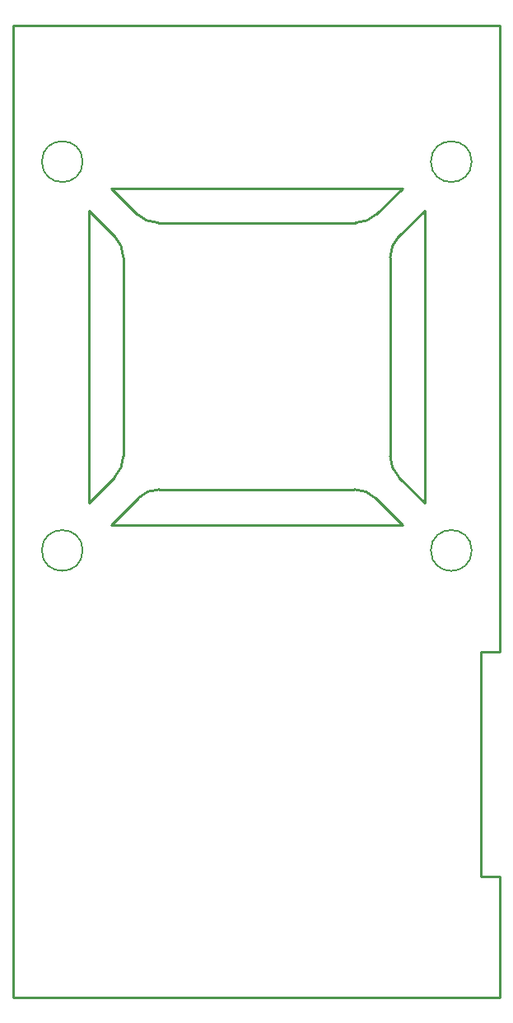
<source format=gko>
G04*
G04 #@! TF.GenerationSoftware,Altium Limited,Altium Designer,22.4.2 (48)*
G04*
G04 Layer_Color=16711935*
%FSLAX25Y25*%
%MOIN*%
G70*
G04*
G04 #@! TF.SameCoordinates,EE9FD93B-DFF2-4F26-82DF-D5074B5D0FFF*
G04*
G04*
G04 #@! TF.FilePolarity,Positive*
G04*
G01*
G75*
%ADD14C,0.01000*%
%ADD17C,0.00591*%
D14*
X44230Y137770D02*
G03*
X40694Y146306I-12071J0D01*
G01*
Y48690D02*
G03*
X44230Y57226I-8535J8535D01*
G01*
X58752Y43748D02*
G03*
X50216Y40213I0J-12071D01*
G01*
X146288D02*
G03*
X137752Y43748I-8535J-8535D01*
G01*
X138252Y151748D02*
G03*
X146788Y155284I0J12071D01*
G01*
X49716D02*
G03*
X58252Y151748I8535J8535D01*
G01*
X152252Y57248D02*
G03*
X155788Y48713I12071J0D01*
G01*
Y146284D02*
G03*
X152252Y137748I8535J-8535D01*
G01*
X189000Y-83000D02*
Y-52000D01*
X190547Y-161953D02*
X196453D01*
X196500Y-162000D01*
Y-113000D01*
X-248Y-161953D02*
X190547D01*
X196602Y-22000D02*
X196602Y231748D01*
X189000Y-22000D02*
X196500D01*
X189000Y-113000D02*
X196500D01*
X189000D02*
Y-83000D01*
Y-52000D02*
Y-22000D01*
X30252Y156748D02*
X40694Y146306D01*
X44230Y57226D02*
Y137770D01*
X30252Y38248D02*
X40694Y48690D01*
X39252Y29248D02*
X50216Y40213D01*
X58752Y43748D02*
X137752D01*
X146288Y40213D02*
X157252Y29248D01*
X39252D02*
X157252D01*
X30252Y38248D02*
Y156748D01*
X146788Y155284D02*
X157252Y165748D01*
X127752Y151748D02*
X138252D01*
X58252D02*
X127752D01*
X39252Y165748D02*
X49716Y155284D01*
X39252Y165748D02*
X157252D01*
X166252Y38248D02*
Y156748D01*
X155788Y48713D02*
X166252Y38248D01*
X152252Y57248D02*
Y137748D01*
X155788Y146284D02*
X166252Y156748D01*
X-248Y-161953D02*
Y-79252D01*
Y226748D02*
Y231748D01*
X1252D01*
X-248Y-79252D02*
Y226748D01*
X1252Y231748D02*
X196602D01*
D17*
X27768Y19020D02*
G03*
X27768Y19020I-8268J0D01*
G01*
X185248Y176500D02*
G03*
X185248Y176500I-8268J0D01*
G01*
Y19020D02*
G03*
X185248Y19020I-8268J0D01*
G01*
X27768Y176500D02*
G03*
X27768Y176500I-8268J0D01*
G01*
M02*

</source>
